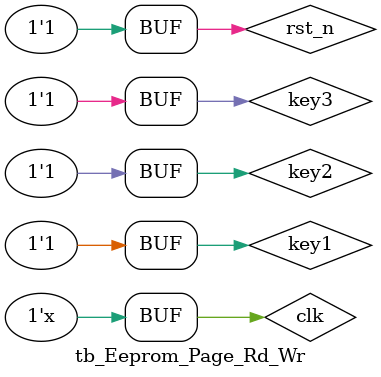
<source format=sv>

`timescale 1ns/1ps
module tb_Eeprom_Page_Rd_Wr (); /* this is automatically generated */

	reg clk;
	reg rst_n;

	// (*NOTE*) replace reset, clock, others
	reg key1;
	reg key2;
	reg key3;
	wire i2c_sda;
	wire i2c_scl;

	initial begin
		clk = 1'd0;
		rst_n = 1'd0;
		#14
		rst_n = 1'd1;
	end

	always #10 clk <= !clk;

	initial begin
		key1 = 1'd1;
		key2 = 1'd1;
		key3 = 1'd1;
		#200_000
		key1 = 1'd0;
		#20_001_000
		key1 = 1'd1;
	end


	Eeprom_Page_Rd_Wr inst_Eeprom_Page_Rd_Wr (
		.clk(clk),
		.rst_n(rst_n),
		.key1(key1),
		.key2(key2),
		.key3(key3),
		.i2c_sda(i2c_sda),	//全双工以输入引脚配置
		.i2c_scl(i2c_scl)
	);

endmodule

</source>
